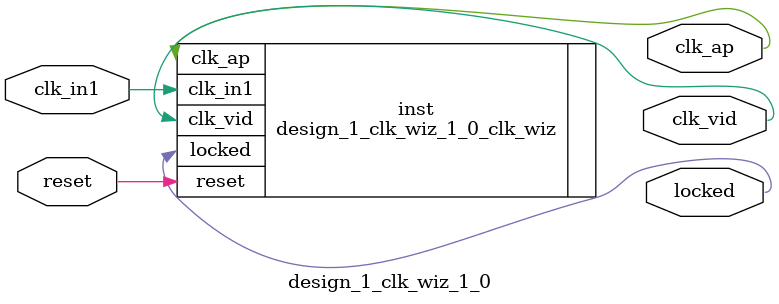
<source format=v>


`timescale 1ps/1ps

(* CORE_GENERATION_INFO = "design_1_clk_wiz_1_0,clk_wiz_v5_4_3_0,{component_name=design_1_clk_wiz_1_0,use_phase_alignment=true,use_min_o_jitter=false,use_max_i_jitter=false,use_dyn_phase_shift=false,use_inclk_switchover=false,use_dyn_reconfig=false,enable_axi=0,feedback_source=FDBK_AUTO,PRIMITIVE=MMCM,num_out_clk=2,clkin1_period=10.000,clkin2_period=10.000,use_power_down=false,use_reset=true,use_locked=true,use_inclk_stopped=false,feedback_type=SINGLE,CLOCK_MGR_TYPE=NA,manual_override=false}" *)

module design_1_clk_wiz_1_0 
 (
  // Clock out ports
  output        clk_ap,
  output        clk_vid,
  // Status and control signals
  input         reset,
  output        locked,
 // Clock in ports
  input         clk_in1
 );

  design_1_clk_wiz_1_0_clk_wiz inst
  (
  // Clock out ports  
  .clk_ap(clk_ap),
  .clk_vid(clk_vid),
  // Status and control signals               
  .reset(reset), 
  .locked(locked),
 // Clock in ports
  .clk_in1(clk_in1)
  );

endmodule

</source>
